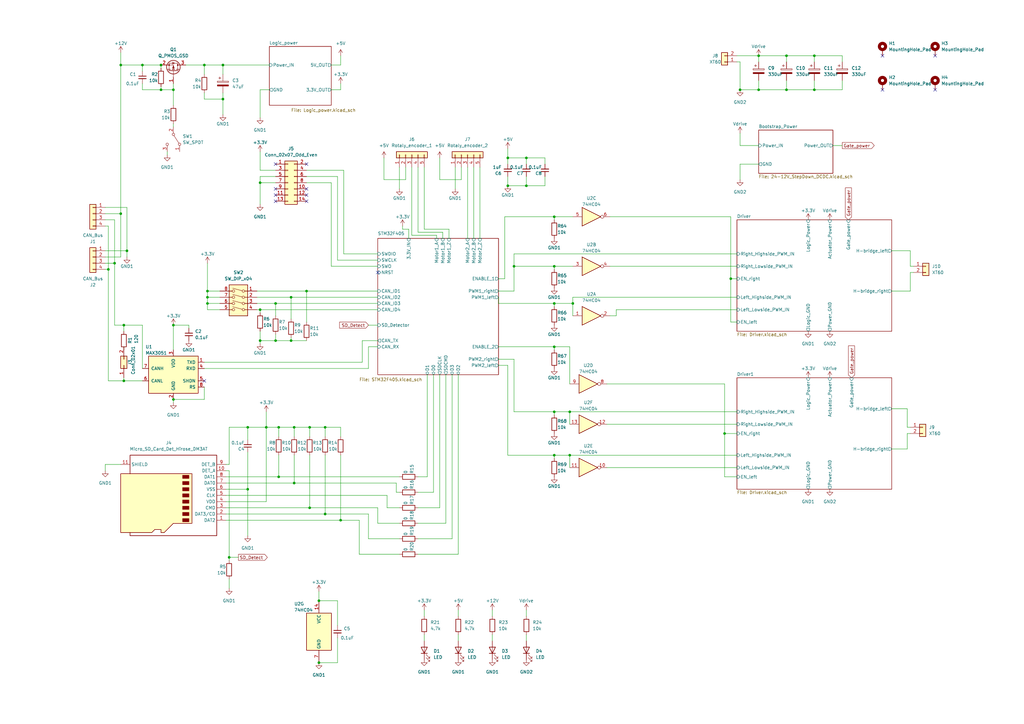
<source format=kicad_sch>
(kicad_sch (version 20230121) (generator eeschema)
  (paper "A3")
  (title_block (title "RDC_MD_prot") (date "2024-09-01") (rev "prot") (company "RDC") (comment 1 "Designer: Yuya Mochizuki"))
  (junction (at 322.58 22.86))
  (junction (at 133.35 175.26))
  (junction (at 139.7 213.36))
  (junction (at 127 175.26))
  (junction (at 227.33 88.9))
  (junction (at 227.33 168.91))
  (junction (at 299.72 114.3))
  (junction (at 119.38 139.7))
  (junction (at 101.6 175.26))
  (junction (at 127 208.28))
  (junction (at 109.22 175.26))
  (junction (at 58.42 26.67))
  (junction (at 44.45 110.49))
  (junction (at 91.44 40.64))
  (junction (at 46.99 107.95))
  (junction (at 208.28 76.2))
  (junction (at 120.65 175.26))
  (junction (at 227.33 124.46))
  (junction (at 91.44 26.67))
  (junction (at 215.9 64.77))
  (junction (at 227.33 142.24))
  (junction (at 66.04 36.83))
  (junction (at 297.18 177.8))
  (junction (at 50.8 156.21))
  (junction (at 234.95 124.46))
  (junction (at 233.68 186.69))
  (junction (at 49.53 87.63))
  (junction (at 71.12 36.83))
  (junction (at 50.8 133.35))
  (junction (at 113.03 124.46))
  (junction (at 101.6 200.66))
  (junction (at 311.15 36.83))
  (junction (at 83.82 26.67))
  (junction (at 233.68 168.91))
  (junction (at 120.65 198.12))
  (junction (at 334.01 36.83))
  (junction (at 52.07 102.87))
  (junction (at 215.9 76.2))
  (junction (at 114.3 175.26))
  (junction (at 114.3 195.58))
  (junction (at 113.03 139.7))
  (junction (at 125.73 119.38))
  (junction (at 210.82 109.22))
  (junction (at 130.81 246.38))
  (junction (at 49.53 26.67))
  (junction (at 106.68 74.93))
  (junction (at 106.68 127))
  (junction (at 106.68 139.7))
  (junction (at 227.33 109.22))
  (junction (at 93.98 228.6))
  (junction (at 227.33 186.69))
  (junction (at 85.09 119.38))
  (junction (at 85.09 124.46))
  (junction (at 119.38 121.92))
  (junction (at 66.04 26.67))
  (junction (at 311.15 22.86))
  (junction (at 133.35 210.82))
  (junction (at 322.58 36.83))
  (junction (at 71.12 133.35))
  (junction (at 208.28 64.77))
  (junction (at 130.81 271.78))
  (junction (at 334.01 22.86))
  (junction (at 71.12 163.83))
  (junction (at 303.53 36.83))
  (junction (at 85.09 121.92))
  (no_connect (at 125.73 77.47))
  (no_connect (at 361.95 36.83))
  (no_connect (at 383.54 22.86))
  (no_connect (at 125.73 67.31))
  (no_connect (at 361.95 22.86))
  (no_connect (at 113.03 82.55))
  (no_connect (at 125.73 82.55))
  (no_connect (at 113.03 67.31))
  (no_connect (at 125.73 80.01))
  (no_connect (at 113.03 77.47))
  (no_connect (at 383.54 36.83))
  (no_connect (at 83.82 156.21))
  (no_connect (at 154.94 111.76))
  (no_connect (at 113.03 80.01))
  (wire (pts (xy 182.88 153.67) (xy 182.88 214.63)))
  (wire (pts (xy 139.7 213.36) (xy 92.71 213.36)))
  (wire (pts (xy 252.73 129.54) (xy 252.73 127)))
  (wire (pts (xy 201.93 260.35) (xy 201.93 262.89)))
  (wire (pts (xy 210.82 168.91) (xy 210.82 147.32)))
  (wire (pts (xy 138.43 246.38) (xy 130.81 246.38)))
  (wire (pts (xy 184.15 93.98) (xy 173.99 93.98)))
  (wire (pts (xy 135.89 74.93) (xy 135.89 109.22)))
  (wire (pts (xy 303.53 59.69) (xy 311.15 59.69)))
  (wire (pts (xy 233.68 168.91) (xy 302.26 168.91)))
  (wire (pts (xy 322.58 33.02) (xy 322.58 36.83)))
  (wire (pts (xy 180.34 153.67) (xy 180.34 208.28)))
  (wire (pts (xy 127 179.07) (xy 127 175.26)))
  (wire (pts (xy 147.32 213.36) (xy 139.7 213.36)))
  (wire (pts (xy 179.07 96.52) (xy 168.91 96.52)))
  (wire (pts (xy 223.52 76.2) (xy 215.9 76.2)))
  (wire (pts (xy 91.44 38.1) (xy 91.44 40.64)))
  (wire (pts (xy 92.71 200.66) (xy 101.6 200.66)))
  (wire (pts (xy 106.68 139.7) (xy 113.03 139.7)))
  (wire (pts (xy 302.26 25.4) (xy 303.53 25.4)))
  (wire (pts (xy 201.93 250.19) (xy 201.93 252.73)))
  (wire (pts (xy 135.89 36.83) (xy 139.7 36.83)))
  (wire (pts (xy 250.19 109.22) (xy 302.26 109.22)))
  (wire (pts (xy 113.03 124.46) (xy 113.03 129.54)))
  (wire (pts (xy 130.81 242.57) (xy 130.81 246.38)))
  (wire (pts (xy 365.76 184.15) (xy 372.11 184.15)))
  (wire (pts (xy 234.95 124.46) (xy 234.95 129.54)))
  (wire (pts (xy 90.17 124.46) (xy 85.09 124.46)))
  (wire (pts (xy 120.65 175.26) (xy 114.3 175.26)))
  (wire (pts (xy 250.19 88.9) (xy 299.72 88.9)))
  (wire (pts (xy 189.23 73.66) (xy 180.34 73.66)))
  (wire (pts (xy 227.33 168.91) (xy 210.82 168.91)))
  (wire (pts (xy 114.3 195.58) (xy 163.83 195.58)))
  (wire (pts (xy 139.7 34.29) (xy 139.7 36.83)))
  (wire (pts (xy 90.17 121.92) (xy 85.09 121.92)))
  (wire (pts (xy 43.18 85.09) (xy 52.07 85.09)))
  (wire (pts (xy 204.47 119.38) (xy 210.82 119.38)))
  (wire (pts (xy 227.33 143.51) (xy 227.33 142.24)))
  (wire (pts (xy 139.7 186.69) (xy 139.7 213.36)))
  (wire (pts (xy 93.98 228.6) (xy 97.79 228.6)))
  (wire (pts (xy 250.19 129.54) (xy 252.73 129.54)))
  (wire (pts (xy 373.38 119.38) (xy 373.38 111.76)))
  (wire (pts (xy 83.82 151.13) (xy 151.13 151.13)))
  (wire (pts (xy 322.58 22.86) (xy 334.01 22.86)))
  (wire (pts (xy 184.15 93.98) (xy 184.15 97.79)))
  (wire (pts (xy 191.77 68.58) (xy 191.77 97.79)))
  (wire (pts (xy 162.56 198.12) (xy 162.56 201.93)))
  (wire (pts (xy 106.68 128.27) (xy 106.68 127)))
  (wire (pts (xy 125.73 119.38) (xy 125.73 132.08)))
  (wire (pts (xy 148.59 148.59) (xy 148.59 139.7)))
  (wire (pts (xy 151.13 151.13) (xy 151.13 142.24)))
  (wire (pts (xy 114.3 175.26) (xy 109.22 175.26)))
  (wire (pts (xy 140.97 69.85) (xy 140.97 104.14)))
  (wire (pts (xy 138.43 106.68) (xy 154.94 106.68)))
  (wire (pts (xy 297.18 177.8) (xy 302.26 177.8)))
  (wire (pts (xy 208.28 60.96) (xy 208.28 64.77)))
  (wire (pts (xy 138.43 72.39) (xy 138.43 106.68)))
  (wire (pts (xy 234.95 121.92) (xy 234.95 124.46)))
  (wire (pts (xy 85.09 107.95) (xy 85.09 119.38)))
  (wire (pts (xy 227.33 168.91) (xy 233.68 168.91)))
  (wire (pts (xy 227.33 124.46) (xy 234.95 124.46)))
  (wire (pts (xy 43.18 90.17) (xy 46.99 90.17)))
  (wire (pts (xy 233.68 186.69) (xy 233.68 191.77)))
  (wire (pts (xy 204.47 114.3) (xy 207.01 114.3)))
  (wire (pts (xy 49.53 87.63) (xy 49.53 105.41)))
  (wire (pts (xy 299.72 114.3) (xy 302.26 114.3)))
  (wire (pts (xy 233.68 168.91) (xy 233.68 173.99)))
  (wire (pts (xy 187.96 227.33) (xy 171.45 227.33)))
  (wire (pts (xy 227.33 125.73) (xy 227.33 124.46)))
  (wire (pts (xy 372.11 175.26) (xy 373.38 175.26)))
  (wire (pts (xy 154.94 208.28) (xy 154.94 214.63)))
  (wire (pts (xy 93.98 229.87) (xy 93.98 228.6)))
  (wire (pts (xy 171.45 214.63) (xy 182.88 214.63)))
  (wire (pts (xy 77.47 134.62) (xy 77.47 133.35)))
  (wire (pts (xy 167.64 93.98) (xy 167.64 97.79)))
  (wire (pts (xy 85.09 124.46) (xy 85.09 121.92)))
  (wire (pts (xy 133.35 175.26) (xy 127 175.26)))
  (wire (pts (xy 105.41 121.92) (xy 119.38 121.92)))
  (wire (pts (xy 135.89 26.67) (xy 139.7 26.67)))
  (wire (pts (xy 44.45 110.49) (xy 44.45 156.21)))
  (wire (pts (xy 215.9 72.39) (xy 215.9 76.2)))
  (wire (pts (xy 106.68 72.39) (xy 106.68 74.93)))
  (wire (pts (xy 208.28 149.86) (xy 208.28 186.69)))
  (wire (pts (xy 372.11 177.8) (xy 373.38 177.8)))
  (wire (pts (xy 204.47 124.46) (xy 227.33 124.46)))
  (wire (pts (xy 163.83 227.33) (xy 147.32 227.33)))
  (wire (pts (xy 71.12 133.35) (xy 71.12 143.51)))
  (wire (pts (xy 173.99 250.19) (xy 173.99 252.73)))
  (wire (pts (xy 227.33 142.24) (xy 204.47 142.24)))
  (wire (pts (xy 171.45 95.25) (xy 171.45 68.58)))
  (wire (pts (xy 180.34 64.77) (xy 180.34 73.66)))
  (wire (pts (xy 158.75 208.28) (xy 163.83 208.28)))
  (wire (pts (xy 181.61 95.25) (xy 171.45 95.25)))
  (wire (pts (xy 365.76 119.38) (xy 373.38 119.38)))
  (wire (pts (xy 148.59 139.7) (xy 154.94 139.7)))
  (wire (pts (xy 49.53 26.67) (xy 49.53 87.63)))
  (wire (pts (xy 106.68 36.83) (xy 106.68 48.26)))
  (wire (pts (xy 154.94 121.92) (xy 119.38 121.92)))
  (wire (pts (xy 223.52 64.77) (xy 215.9 64.77)))
  (wire (pts (xy 151.13 133.35) (xy 154.94 133.35)))
  (wire (pts (xy 43.18 107.95) (xy 46.99 107.95)))
  (wire (pts (xy 133.35 210.82) (xy 151.13 210.82)))
  (wire (pts (xy 50.8 154.94) (xy 50.8 156.21)))
  (wire (pts (xy 158.75 203.2) (xy 158.75 208.28)))
  (wire (pts (xy 71.12 133.35) (xy 77.47 133.35)))
  (wire (pts (xy 119.38 121.92) (xy 119.38 130.81)))
  (wire (pts (xy 120.65 179.07) (xy 120.65 175.26)))
  (wire (pts (xy 302.26 195.58) (xy 297.18 195.58)))
  (wire (pts (xy 106.68 127) (xy 105.41 127)))
  (wire (pts (xy 127 186.69) (xy 127 208.28)))
  (wire (pts (xy 322.58 36.83) (xy 311.15 36.83)))
  (wire (pts (xy 113.03 137.16) (xy 113.03 139.7)))
  (wire (pts (xy 83.82 30.48) (xy 83.82 26.67)))
  (wire (pts (xy 210.82 104.14) (xy 302.26 104.14)))
  (wire (pts (xy 227.33 110.49) (xy 227.33 109.22)))
  (wire (pts (xy 139.7 22.86) (xy 139.7 26.67)))
  (wire (pts (xy 227.33 187.96) (xy 227.33 186.69)))
  (wire (pts (xy 173.99 93.98) (xy 173.99 68.58)))
  (wire (pts (xy 109.22 168.91) (xy 109.22 175.26)))
  (wire (pts (xy 303.53 36.83) (xy 311.15 36.83)))
  (wire (pts (xy 154.94 214.63) (xy 163.83 214.63)))
  (wire (pts (xy 50.8 143.51) (xy 50.8 142.24)))
  (wire (pts (xy 227.33 90.17) (xy 227.33 88.9)))
  (wire (pts (xy 92.71 203.2) (xy 158.75 203.2)))
  (wire (pts (xy 171.45 195.58) (xy 175.26 195.58)))
  (wire (pts (xy 106.68 74.93) (xy 113.03 74.93)))
  (wire (pts (xy 138.43 256.54) (xy 138.43 246.38)))
  (wire (pts (xy 114.3 179.07) (xy 114.3 175.26)))
  (wire (pts (xy 68.58 62.23) (xy 68.58 63.5)))
  (wire (pts (xy 165.1 93.98) (xy 167.64 93.98)))
  (wire (pts (xy 204.47 147.32) (xy 210.82 147.32)))
  (wire (pts (xy 227.33 109.22) (xy 234.95 109.22)))
  (wire (pts (xy 125.73 72.39) (xy 138.43 72.39)))
  (wire (pts (xy 85.09 127) (xy 85.09 124.46)))
  (wire (pts (xy 207.01 88.9) (xy 227.33 88.9)))
  (wire (pts (xy 341.63 59.69) (xy 345.44 59.69)))
  (wire (pts (xy 322.58 36.83) (xy 334.01 36.83)))
  (wire (pts (xy 334.01 22.86) (xy 345.44 22.86)))
  (wire (pts (xy 233.68 157.48) (xy 233.68 142.24)))
  (wire (pts (xy 105.41 119.38) (xy 125.73 119.38)))
  (wire (pts (xy 58.42 36.83) (xy 66.04 36.83)))
  (wire (pts (xy 151.13 142.24) (xy 154.94 142.24)))
  (wire (pts (xy 147.32 227.33) (xy 147.32 213.36)))
  (wire (pts (xy 119.38 139.7) (xy 119.38 138.43)))
  (wire (pts (xy 92.71 205.74) (xy 109.22 205.74)))
  (wire (pts (xy 210.82 119.38) (xy 210.82 109.22)))
  (wire (pts (xy 171.45 201.93) (xy 177.8 201.93)))
  (wire (pts (xy 133.35 186.69) (xy 133.35 210.82)))
  (wire (pts (xy 372.11 184.15) (xy 372.11 177.8)))
  (wire (pts (xy 189.23 68.58) (xy 189.23 73.66)))
  (wire (pts (xy 85.09 121.92) (xy 85.09 119.38)))
  (wire (pts (xy 157.48 64.77) (xy 157.48 73.66)))
  (wire (pts (xy 50.8 156.21) (xy 58.42 156.21)))
  (wire (pts (xy 186.69 68.58) (xy 186.69 77.47)))
  (wire (pts (xy 83.82 38.1) (xy 83.82 40.64)))
  (wire (pts (xy 93.98 175.26) (xy 93.98 190.5)))
  (wire (pts (xy 365.76 102.87) (xy 373.38 102.87)))
  (wire (pts (xy 113.03 69.85) (xy 106.68 69.85)))
  (wire (pts (xy 299.72 88.9) (xy 299.72 114.3)))
  (wire (pts (xy 106.68 139.7) (xy 106.68 140.97)))
  (wire (pts (xy 173.99 260.35) (xy 173.99 262.89)))
  (wire (pts (xy 163.83 68.58) (xy 163.83 77.47)))
  (wire (pts (xy 120.65 186.69) (xy 120.65 198.12)))
  (wire (pts (xy 303.53 67.31) (xy 303.53 73.66)))
  (wire (pts (xy 215.9 76.2) (xy 208.28 76.2)))
  (wire (pts (xy 227.33 186.69) (xy 233.68 186.69)))
  (wire (pts (xy 223.52 67.31) (xy 223.52 64.77)))
  (wire (pts (xy 223.52 72.39) (xy 223.52 76.2)))
  (wire (pts (xy 106.68 62.23) (xy 106.68 69.85)))
  (wire (pts (xy 52.07 85.09) (xy 52.07 102.87)))
  (wire (pts (xy 210.82 104.14) (xy 210.82 109.22)))
  (wire (pts (xy 93.98 175.26) (xy 101.6 175.26)))
  (wire (pts (xy 92.71 208.28) (xy 127 208.28)))
  (wire (pts (xy 248.92 173.99) (xy 302.26 173.99)))
  (wire (pts (xy 49.53 26.67) (xy 58.42 26.67)))
  (wire (pts (xy 66.04 26.67) (xy 66.04 27.94)))
  (wire (pts (xy 208.28 64.77) (xy 215.9 64.77)))
  (wire (pts (xy 234.95 121.92) (xy 302.26 121.92)))
  (wire (pts (xy 114.3 186.69) (xy 114.3 195.58)))
  (wire (pts (xy 113.03 139.7) (xy 119.38 139.7)))
  (wire (pts (xy 162.56 201.93) (xy 163.83 201.93)))
  (wire (pts (xy 177.8 153.67) (xy 177.8 201.93)))
  (wire (pts (xy 185.42 153.67) (xy 185.42 220.98)))
  (wire (pts (xy 140.97 104.14) (xy 154.94 104.14)))
  (wire (pts (xy 175.26 153.67) (xy 175.26 195.58)))
  (wire (pts (xy 101.6 200.66) (xy 101.6 219.71)))
  (wire (pts (xy 92.71 210.82) (xy 133.35 210.82)))
  (wire (pts (xy 43.18 102.87) (xy 52.07 102.87)))
  (wire (pts (xy 83.82 26.67) (xy 91.44 26.67)))
  (wire (pts (xy 248.92 191.77) (xy 302.26 191.77)))
  (wire (pts (xy 119.38 139.7) (xy 125.73 139.7)))
  (wire (pts (xy 135.89 109.22) (xy 154.94 109.22)))
  (wire (pts (xy 58.42 26.67) (xy 58.42 29.21)))
  (wire (pts (xy 194.31 68.58) (xy 194.31 97.79)))
  (wire (pts (xy 58.42 34.29) (xy 58.42 36.83)))
  (wire (pts (xy 106.68 127) (xy 154.94 127)))
  (wire (pts (xy 227.33 170.18) (xy 227.33 168.91)))
  (wire (pts (xy 133.35 179.07) (xy 133.35 175.26)))
  (wire (pts (xy 91.44 26.67) (xy 110.49 26.67)))
  (wire (pts (xy 93.98 193.04) (xy 92.71 193.04)))
  (wire (pts (xy 187.96 250.19) (xy 187.96 252.73)))
  (wire (pts (xy 50.8 133.35) (xy 58.42 133.35)))
  (wire (pts (xy 92.71 195.58) (xy 114.3 195.58)))
  (wire (pts (xy 311.15 25.4) (xy 311.15 22.86)))
  (wire (pts (xy 204.47 149.86) (xy 208.28 149.86)))
  (wire (pts (xy 151.13 220.98) (xy 163.83 220.98)))
  (wire (pts (xy 44.45 156.21) (xy 50.8 156.21)))
  (wire (pts (xy 71.12 43.18) (xy 71.12 36.83)))
  (wire (pts (xy 303.53 54.61) (xy 303.53 59.69)))
  (wire (pts (xy 311.15 22.86) (xy 322.58 22.86)))
  (wire (pts (xy 334.01 25.4) (xy 334.01 22.86)))
  (wire (pts (xy 166.37 73.66) (xy 157.48 73.66)))
  (wire (pts (xy 91.44 30.48) (xy 91.44 26.67)))
  (wire (pts (xy 120.65 198.12) (xy 162.56 198.12)))
  (wire (pts (xy 208.28 67.31) (xy 208.28 64.77)))
  (wire (pts (xy 204.47 124.46) (xy 204.47 121.92)))
  (wire (pts (xy 334.01 36.83) (xy 334.01 33.02)))
  (wire (pts (xy 101.6 180.34) (xy 101.6 175.26)))
  (wire (pts (xy 43.18 92.71) (xy 44.45 92.71)))
  (wire (pts (xy 50.8 133.35) (xy 46.99 133.35)))
  (wire (pts (xy 334.01 36.83) (xy 345.44 36.83)))
  (wire (pts (xy 127 175.26) (xy 120.65 175.26)))
  (wire (pts (xy 373.38 109.22) (xy 374.65 109.22)))
  (wire (pts (xy 215.9 260.35) (xy 215.9 262.89)))
  (wire (pts (xy 322.58 25.4) (xy 322.58 22.86)))
  (wire (pts (xy 187.96 260.35) (xy 187.96 262.89)))
  (wire (pts (xy 215.9 250.19) (xy 215.9 252.73)))
  (wire (pts (xy 58.42 133.35) (xy 58.42 151.13)))
  (wire (pts (xy 71.12 163.83) (xy 71.12 165.1)))
  (wire (pts (xy 76.2 26.67) (xy 83.82 26.67)))
  (wire (pts (xy 93.98 228.6) (xy 93.98 193.04)))
  (wire (pts (xy 303.53 25.4) (xy 303.53 36.83)))
  (wire (pts (xy 101.6 175.26) (xy 109.22 175.26)))
  (wire (pts (xy 93.98 241.3) (xy 93.98 237.49)))
  (wire (pts (xy 125.73 119.38) (xy 154.94 119.38)))
  (wire (pts (xy 227.33 142.24) (xy 233.68 142.24)))
  (wire (pts (xy 52.07 102.87) (xy 52.07 105.41)))
  (wire (pts (xy 302.26 22.86) (xy 311.15 22.86)))
  (wire (pts (xy 372.11 175.26) (xy 372.11 167.64)))
  (wire (pts (xy 248.92 157.48) (xy 297.18 157.48)))
  (wire (pts (xy 92.71 198.12) (xy 120.65 198.12)))
  (wire (pts (xy 49.53 21.59) (xy 49.53 26.67)))
  (wire (pts (xy 101.6 185.42) (xy 101.6 200.66)))
  (wire (pts (xy 252.73 127) (xy 302.26 127)))
  (wire (pts (xy 91.44 40.64) (xy 91.44 46.99)))
  (wire (pts (xy 66.04 36.83) (xy 71.12 36.83)))
  (wire (pts (xy 165.1 92.71) (xy 165.1 93.98)))
  (wire (pts (xy 345.44 22.86) (xy 345.44 25.4)))
  (wire (pts (xy 345.44 33.02) (xy 345.44 36.83)))
  (wire (pts (xy 110.49 36.83) (xy 106.68 36.83)))
  (wire (pts (xy 66.04 35.56) (xy 66.04 36.83)))
  (wire (pts (xy 58.42 26.67) (xy 66.04 26.67)))
  (wire (pts (xy 85.09 119.38) (xy 90.17 119.38)))
  (wire (pts (xy 43.18 105.41) (xy 49.53 105.41)))
  (wire (pts (xy 299.72 132.08) (xy 302.26 132.08)))
  (wire (pts (xy 180.34 208.28) (xy 171.45 208.28)))
  (wire (pts (xy 106.68 135.89) (xy 106.68 139.7)))
  (wire (pts (xy 215.9 64.77) (xy 215.9 67.31)))
  (wire (pts (xy 208.28 186.69) (xy 227.33 186.69)))
  (wire (pts (xy 299.72 114.3) (xy 299.72 132.08)))
  (wire (pts (xy 83.82 163.83) (xy 71.12 163.83)))
  (wire (pts (xy 227.33 109.22) (xy 210.82 109.22)))
  (wire (pts (xy 106.68 74.93) (xy 106.68 83.82)))
  (wire (pts (xy 50.8 135.89) (xy 50.8 133.35)))
  (wire (pts (xy 207.01 114.3) (xy 207.01 88.9)))
  (wire (pts (xy 71.12 50.8) (xy 71.12 52.07)))
  (wire (pts (xy 125.73 69.85) (xy 140.97 69.85)))
  (wire (pts (xy 297.18 195.58) (xy 297.18 177.8)))
  (wire (pts (xy 196.85 68.58) (xy 196.85 97.79)))
  (wire (pts (xy 311.15 67.31) (xy 303.53 67.31)))
  (wire (pts (xy 46.99 107.95) (xy 46.99 133.35)))
  (wire (pts (xy 43.18 87.63) (xy 49.53 87.63)))
  (wire (pts (xy 181.61 95.25) (xy 181.61 97.79)))
  (wire (pts (xy 373.38 111.76) (xy 374.65 111.76)))
  (wire (pts (xy 297.18 157.48) (xy 297.18 177.8)))
  (wire (pts (xy 373.38 102.87) (xy 373.38 109.22)))
  (wire (pts (xy 372.11 167.64) (xy 365.76 167.64)))
  (wire (pts (xy 105.41 124.46) (xy 113.03 124.46)))
  (wire (pts (xy 113.03 72.39) (xy 106.68 72.39)))
  (wire (pts (xy 233.68 186.69) (xy 302.26 186.69)))
  (wire (pts (xy 109.22 175.26) (xy 109.22 205.74)))
  (wire (pts (xy 44.45 110.49) (xy 43.18 110.49)))
  (wire (pts (xy 133.35 175.26) (xy 139.7 175.26)))
  (wire (pts (xy 71.12 36.83) (xy 71.12 34.29)))
  (wire (pts (xy 179.07 96.52) (xy 179.07 97.79)))
  (wire (pts (xy 90.17 127) (xy 85.09 127)))
  (wire (pts (xy 125.73 74.93) (xy 135.89 74.93)))
  (wire (pts (xy 168.91 96.52) (xy 168.91 68.58)))
  (wire (pts (xy 227.33 88.9) (xy 234.95 88.9)))
  (wire (pts (xy 151.13 210.82) (xy 151.13 220.98)))
  (wire (pts (xy 166.37 68.58) (xy 166.37 73.66)))
  (wire (pts (xy 44.45 92.71) (xy 44.45 110.49)))
  (wire (pts (xy 83.82 40.64) (xy 91.44 40.64)))
  (wire (pts (xy 93.98 190.5) (xy 92.71 190.5)))
  (wire (pts (xy 139.7 179.07) (xy 139.7 175.26)))
  (wire (pts (xy 138.43 261.62) (xy 138.43 271.78)))
  (wire (pts (xy 127 208.28) (xy 154.94 208.28)))
  (wire (pts (xy 83.82 148.59) (xy 148.59 148.59)))
  (wire (pts (xy 43.18 190.5) (xy 43.18 193.04)))
  (wire (pts (xy 311.15 36.83) (xy 311.15 33.02)))
  (wire (pts (xy 83.82 158.75) (xy 83.82 163.83)))
  (wire (pts (xy 208.28 76.2) (xy 208.28 72.39)))
  (wire (pts (xy 46.99 90.17) (xy 46.99 107.95)))
  (wire (pts (xy 49.53 190.5) (xy 43.18 190.5)))
  (wire (pts (xy 113.03 124.46) (xy 154.94 124.46)))
  (wire (pts (xy 138.43 271.78) (xy 130.81 271.78)))
  (wire (pts (xy 187.96 153.67) (xy 187.96 227.33)))
  (wire (pts (xy 171.45 220.98) (xy 185.42 220.98)))
  (global_label "SD_Detect" (shape output) (at 97.79 228.6 0) (property "Intersheetrefs" "${INTERSHEET_REFS}" (effects hide)))
  (global_label "Gate_power" (shape input) (at 347.98 90.17 90) (property "Intersheetrefs" "${INTERSHEET_REFS}" (effects hide)))
  (global_label "Gate_power" (shape output) (at 345.44 59.69 0) (property "Intersheetrefs" "${INTERSHEET_REFS}" (effects hide)))
  (global_label "SD_Detect" (shape input) (at 151.13 133.35 180) (property "Intersheetrefs" "${INTERSHEET_REFS}" (effects hide)))
  (global_label "Gate_power" (shape input) (at 349.25 154.94 90) (property "Intersheetrefs" "${INTERSHEET_REFS}" (effects hide)))
  (symbol (lib_id "Connector_Generic:Conn_01x04") (at 38.1 87.63 0) (mirror y) (unit 1) (in_bom no)
    (property "Reference" "J1" (at 38.1 99.06 0))
    (property "Value" "CAN_Bus" (at 38.1 96.52 0))
    (property "Footprint" "Connector_JST:JST_XA_S04B-XASK-1_1x04_P2.50mm_Horizontal" (effects hide))
  )
  (symbol (lib_id "Device:C_Polarized") (at 334.01 29.21 0) (unit 1) (in_bom no)
    (property "Reference" "C11" (at 337.82 27.94 0) (effects (justify left)))
    (property "Value" "330uF" (at 337.82 30.48 0) (effects (justify left)))
    (property "Footprint" "Capacitor_THT:CP_Radial_D10.0mm_P5.00mm" (effects hide))
  )
  (symbol (lib_id "power:GND2") (at 215.9 270.51 0) (unit 1)
    (property "Reference" "#PWR035" (effects hide))
    (property "Value" "GND2" (at 215.9 275.59 0))
  )
  (symbol (lib_id "Device:R") (at 139.7 182.88 0) (unit 1)
    (property "Reference" "R14" (at 138.43 181.61 0) (effects (justify right)))
    (property "Value" "10k" (at 138.43 184.15 0) (effects (justify right)))
    (property "Footprint" "Resistor_SMD:R_0402_1005Metric" (effects hide))
    (property "LCSC" "C25744" (effects hide))
  )
  (symbol (lib_id "Device:R") (at 227.33 191.77 0) (mirror y) (unit 1)
    (property "Reference" "R69" (at 228.6 190.5 0) (effects (justify right)))
    (property "Value" "10k" (at 228.6 193.04 0) (effects (justify right)))
    (property "Footprint" "Resistor_SMD:R_0402_1005Metric" (effects hide))
    (property "LCSC" "C25744" (effects hide))
  )
  (symbol (lib_id "power:+3.3V") (at 85.09 107.95 0) (unit 1)
    (property "Reference" "#PWR08" (effects hide))
    (property "Value" "+3.3V" (at 85.09 104.14 0))
  )
  (symbol (lib_id "Device:Q_PMOS_GSD") (at 71.12 29.21 270) (mirror x) (unit 1)
    (property "Reference" "Q1" (at 71.12 20.32 90))
    (property "Value" "Q_PMOS_GSD" (at 71.12 22.86 90))
    (property "Footprint" "Package_TO_SOT_SMD:SOT-23-3" (effects hide))
    (property "LCSC" "C15127" (effects hide))
    (property "FT Rotation Offset" "180" (effects hide))
  )
  (symbol (lib_id "74xx:74HC04") (at 242.57 88.9 0) (unit 3)
    (property "Reference" "U2" (at 242.57 81.28 0))
    (property "Value" "74HC04" (at 242.57 83.82 0))
    (property "Footprint" "Package_SO:SOIC-14_3.9x8.7mm_P1.27mm" (effects hide))
    (property "Datasheet" "https://assets.nexperia.com/documents/data-sheet/74HC_HCT04.pdf" (effects hide))
    (property "LCSC" "C5590" (effects hide))
    (property "FT Rotation Offset" "-90" (effects hide))
  )
  (symbol (lib_id "Device:R") (at 120.65 182.88 0) (unit 1)
    (property "Reference" "R10" (at 119.38 181.61 0) (effects (justify right)))
    (property "Value" "10k" (at 119.38 184.15 0) (effects (justify right)))
    (property "Footprint" "Resistor_SMD:R_0402_1005Metric" (effects hide))
    (property "LCSC" "C25744" (effects hide))
  )
  (symbol (lib_id "Device:C_Small") (at 138.43 259.08 0) (mirror y) (unit 1)
    (property "Reference" "C5" (at 140.97 257.8163 0) (effects (justify right)))
    (property "Value" "0.1uF" (at 139.7 261.62 0) (effects (justify right)))
    (property "Footprint" "Capacitor_SMD:C_0402_1005Metric" (effects hide))
    (property "LCSC" "C307331" (effects hide))
  )
  (symbol (lib_id "Device:LED") (at 173.99 266.7 90) (unit 1)
    (property "Reference" "D1" (at 177.8 267.0175 90) (effects (justify right)))
    (property "Value" "LED" (at 177.8 269.5575 90) (effects (justify right)))
    (property "Footprint" "LED_SMD:LED_0603_1608Metric" (effects hide))
    (property "LCSC" "C2286" (effects hide))
  )
  (symbol (lib_id "power:+5V") (at 180.34 64.77 0) (unit 1)
    (property "Reference" "#PWR026" (effects hide))
    (property "Value" "+5V" (at 180.34 59.69 0))
  )
  (symbol (lib_id "power:GND1") (at 331.47 200.66 0) (unit 1)
    (property "Reference" "#PWR043" (effects hide))
    (property "Value" "GND1" (at 331.47 205.74 0))
  )
  (symbol (lib_id "power:+5V") (at 157.48 64.77 0) (unit 1)
    (property "Reference" "#PWR021" (effects hide))
    (property "Value" "+5V" (at 157.48 59.69 0))
  )
  (symbol (lib_id "power:GND1") (at 187.96 270.51 0) (unit 1)
    (property "Reference" "#PWR029" (effects hide))
    (property "Value" "GND1" (at 187.96 275.59 0))
  )
  (symbol (lib_id "power:GND1") (at 52.07 105.41 0) (unit 1)
    (property "Reference" "#PWR03" (effects hide))
    (property "Value" "GND1" (at 52.07 109.22 0))
  )
  (symbol (lib_id "power:GND1") (at 331.47 135.89 0) (unit 1)
    (property "Reference" "#PWR041" (effects hide))
    (property "Value" "GND1" (at 331.47 140.97 0))
  )
  (symbol (lib_id "Switch:SW_DIP_x04") (at 97.79 124.46 0) (mirror y) (unit 1) (in_bom no)
    (property "Reference" "SW2" (at 97.79 111.76 0))
    (property "Value" "SW_DIP_x04" (at 97.79 114.3 0))
    (property "Footprint" "Button_Switch_SMD:SW_DIP_SPSTx04_Slide_Copal_CHS-04B_W7.62mm_P1.27mm" (effects hide))
  )
  (symbol (lib_id "power:+12V") (at 201.93 250.19 0) (unit 1)
    (property "Reference" "#PWR030" (effects hide))
    (property "Value" "+12V" (at 201.93 246.38 0))
  )
  (symbol (lib_id "power:GND1") (at 186.69 77.47 0) (unit 1)
    (property "Reference" "#PWR027" (effects hide))
    (property "Value" "GND1" (at 186.69 81.28 0))
  )
  (symbol (lib_id "Device:C_Small") (at 223.52 69.85 0) (mirror x) (unit 1)
    (property "Reference" "C8" (at 222.25 71.12 0) (effects (justify right)))
    (property "Value" "0.1uF" (at 222.25 68.58 0) (effects (justify right)))
    (property "Footprint" "Capacitor_SMD:C_0603_1608Metric" (effects hide))
    (property "LCSC" "C14663" (effects hide))
  )
  (symbol (lib_id "Connector_Generic:Conn_01x02") (at 379.73 109.22 0) (unit 1) (in_bom no)
    (property "Reference" "J10" (at 382.27 109.22 0) (effects (justify left)))
    (property "Value" "XT60" (at 382.27 111.76 0) (effects (justify left)))
    (property "Footprint" "Connector_AMASS:AMASS_XT60PW-F_1x02_P7.20mm_Horizontal" (effects hide))
  )
  (symbol (lib_id "power:GND1") (at 163.83 77.47 0) (unit 1)
    (property "Reference" "#PWR022" (effects hide))
    (property "Value" "GND1" (at 163.83 81.28 0))
  )
  (symbol (lib_id "power:GND1") (at 91.44 46.99 0) (unit 1)
    (property "Reference" "#PWR09" (effects hide))
    (property "Value" "GND1" (at 91.44 50.8 0))
  )
  (symbol (lib_id "Device:R") (at 119.38 134.62 0) (mirror y) (unit 1)
    (property "Reference" "R9" (at 120.65 133.35 0) (effects (justify right)))
    (property "Value" "10k" (at 120.65 135.89 0) (effects (justify right)))
    (property "Footprint" "Resistor_SMD:R_0402_1005Metric" (effects hide))
    (property "LCSC" "C25744" (effects hide))
  )
  (symbol (lib_id "Device:R") (at 187.96 256.54 0) (unit 1)
    (property "Reference" "R22" (at 190.5 255.27 0) (effects (justify left)))
    (property "Value" "4.7k" (at 190.5 257.81 0) (effects (justify left)))
    (property "Footprint" "Resistor_SMD:R_0603_1608Metric" (effects hide))
    (property "LCSC" "C23162" (effects hide))
  )
  (symbol (lib_id "power:+3.3V") (at 71.12 133.35 0) (unit 1)
    (property "Reference" "#PWR05" (effects hide))
    (property "Value" "+3.3V" (at 71.12 129.54 0))
  )
  (symbol (lib_id "Device:R") (at 133.35 182.88 0) (unit 1)
    (property "Reference" "R13" (at 132.08 181.61 0) (effects (justify right)))
    (property "Value" "10k" (at 132.08 184.15 0) (effects (justify right)))
    (property "Footprint" "Resistor_SMD:R_0402_1005Metric" (effects hide))
    (property "LCSC" "C25744" (effects hide))
  )
  (symbol (lib_id "Device:LED") (at 187.96 266.7 90) (unit 1)
    (property "Reference" "D2" (at 191.77 267.0175 90) (effects (justify right)))
    (property "Value" "LED" (at 191.77 269.5575 90) (effects (justify right)))
    (property "Footprint" "LED_SMD:LED_0603_1608Metric" (effects hide))
    (property "LCSC" "C2286" (effects hide))
  )
  (symbol (lib_id "power:Vdrive") (at 303.53 54.61 0) (unit 1)
    (property "Reference" "#PWR037" (effects hide))
    (property "Value" "Vdrive" (at 303.53 50.8 0))
  )
  (symbol (lib_id "Device:R") (at 127 182.88 0) (unit 1)
    (property "Reference" "R12" (at 125.73 181.61 0) (effects (justify right)))
    (property "Value" "10k" (at 125.73 184.15 0) (effects (justify right)))
    (property "Footprint" "Resistor_SMD:R_0402_1005Metric" (effects hide))
    (property "LCSC" "C25744" (effects hide))
  )
  (symbol (lib_id "power:GND2") (at 340.36 200.66 0) (unit 1)
    (property "Reference" "#PWR047" (effects hide))
    (property "Value" "GND2" (at 340.36 205.74 0))
  )
  (symbol (lib_id "Device:C_Small") (at 101.6 182.88 0) (mirror x) (unit 1)
    (property "Reference" "C4" (at 100.33 184.15 0) (effects (justify right)))
    (property "Value" "0.1uF" (at 100.33 181.61 0) (effects (justify right)))
    (property "Footprint" "Capacitor_SMD:C_0402_1005Metric" (effects hide))
    (property "LCSC" "C307331" (effects hide))
  )
  (symbol (lib_id "Connector_Generic:Conn_01x05") (at 191.77 63.5 90) (unit 1) (in_bom no)
    (property "Reference" "J7" (at 191.77 57.15 90))
    (property "Value" "Rotaly_encoder_2" (at 191.77 59.69 90))
    (property "Footprint" "Connector_JST:JST_XA_S05B-XASK-1_1x05_P2.50mm_Horizontal" (effects hide))
  )
  (symbol (lib_id "power:GND2") (at 303.53 36.83 0) (unit 1)
    (property "Reference" "#PWR036" (effects hide))
    (property "Value" "GND2" (at 303.53 41.91 0))
  )
  (symbol (lib_id "power:GND1") (at 227.33 97.79 0) (unit 1)
    (property "Reference" "#PWR065" (effects hide))
    (property "Value" "GND1" (at 227.33 101.6 0))
  )
  (symbol (lib_id "Device:R") (at 125.73 135.89 0) (mirror y) (unit 1)
    (property "Reference" "R11" (at 127 134.62 0) (effects (justify right)))
    (property "Value" "10k" (at 127 137.16 0) (effects (justify right)))
    (property "Footprint" "Resistor_SMD:R_0402_1005Metric" (effects hide))
    (property "LCSC" "C25744" (effects hide))
  )
  (symbol (lib_id "Device:C_Small") (at 58.42 31.75 0) (unit 1)
    (property "Reference" "C1" (at 55.88 30.4863 0) (effects (justify right)))
    (property "Value" "0.1uF" (at 57.15 34.29 0) (effects (justify right)))
    (property "Footprint" "Capacitor_SMD:C_0402_1005Metric" (effects hide))
    (property "LCSC" "C307331" (effects hide))
  )
  (symbol (lib_id "power:Vdrive") (at 215.9 250.19 0) (unit 1)
    (property "Reference" "#PWR034" (effects hide))
    (property "Value" "Vdrive" (at 215.9 246.38 0))
  )
  (symbol (lib_id "Device:C_Small") (at 208.28 69.85 0) (mirror x) (unit 1)
    (property "Reference" "C6" (at 205.74 71.1137 0) (effects (justify right)))
    (property "Value" "1uF" (at 205.74 68.58 0) (effects (justify right)))
    (property "Footprint" "Capacitor_SMD:C_0603_1608Metric" (effects hide))
    (property "LCSC" "C15849" (effects hide))
  )
  (symbol (lib_id "Device:R") (at 167.64 208.28 270) (unit 1)
    (property "Reference" "R17" (at 168.91 207.01 0) (effects (justify right)))
    (property "Value" "0" (at 166.37 207.01 0) (effects (justify right)))
    (property "Footprint" "Resistor_SMD:R_0402_1005Metric" (effects hide))
    (property "LCSC" "C17168" (effects hide))
  )
  (symbol (lib_id "74xx:74HC04") (at 242.57 109.22 0) (unit 2)
    (property "Reference" "U2" (at 242.57 100.33 0))
    (property "Value" "74HC04" (at 242.57 102.87 0))
    (property "Footprint" "Package_SO:SOIC-14_3.9x8.7mm_P1.27mm" (effects hide))
    (property "Datasheet" "https://assets.nexperia.com/documents/data-sheet/74HC_HCT04.pdf" (effects hide))
    (property "LCSC" "C5590" (effects hide))
    (property "FT Rotation Offset" "-90" (effects hide))
  )
  (symbol (lib_id "power:GND1") (at 227.33 151.13 0) (unit 1)
    (property "Reference" "#PWR068" (effects hide))
    (property "Value" "GND1" (at 227.33 154.94 0))
  )
  (symbol (lib_id "Mechanical:MountingHole_Pad") (at 383.54 20.32 0) (unit 1) (in_bom no)
    (property "Reference" "H3" (at 386.08 17.78 0) (effects (justify left)))
    (property "Value" "MountingHole_Pad" (at 386.08 20.32 0) (effects (justify left)))
    (property "Footprint" "MountingHole:MountingHole_3.2mm_M3_Pad_Via" (effects hide))
  )
  (symbol (lib_id "power:+3.3V") (at 331.47 90.17 0) (unit 1)
    (property "Reference" "#PWR040" (effects hide))
    (property "Value" "+3.3V" (at 331.47 86.36 0))
  )
  (symbol (lib_id "power:GND1") (at 201.93 270.51 0) (unit 1)
    (property "Reference" "#PWR031" (effects hide))
    (property "Value" "GND1" (at 201.93 275.59 0))
  )
  (symbol (lib_id "power:+3.3V") (at 173.99 250.19 0) (unit 1)
    (property "Reference" "#PWR024" (effects hide))
    (property "Value" "+3.3V" (at 173.99 246.38 0))
  )
  (symbol (lib_id "Device:R") (at 114.3 182.88 0) (unit 1)
    (property "Reference" "R8" (at 113.03 181.61 0) (effects (justify right)))
    (property "Value" "10k" (at 113.03 184.15 0) (effects (justify right)))
    (property "Footprint" "Resistor_SMD:R_0402_1005Metric" (effects hide))
    (property "LCSC" "C25744" (effects hide))
  )
  (symbol (lib_id "Device:R") (at 227.33 147.32 0) (mirror y) (unit 1)
    (property "Reference" "R67" (at 228.6 146.05 0) (effects (justify right)))
    (property "Value" "10k" (at 228.6 148.59 0) (effects (justify right)))
    (property "Footprint" "Resistor_SMD:R_0402_1005Metric" (effects hide))
    (property "LCSC" "C25744" (effects hide))
  )
  (symbol (lib_id "Connector_Generic:Conn_01x04") (at 38.1 105.41 0) (mirror y) (unit 1) (in_bom no)
    (property "Reference" "J2" (at 38.1 116.84 0))
    (property "Value" "CAN_Bus" (at 38.1 114.3 0))
    (property "Footprint" "Connector_JST:JST_XA_S04B-XASK-1_1x04_P2.50mm_Horizontal" (effects hide))
  )
  (symbol (lib_id "Device:C_Polarized") (at 91.44 34.29 0) (unit 1) (in_bom no)
    (property "Reference" "C3" (at 95.25 33.02 0) (effects (justify left)))
    (property "Value" "47uF" (at 95.25 35.56 0) (effects (justify left)))
    (property "Footprint" "Capacitor_THT:CP_Radial_D5.0mm_P2.00mm" (effects hide))
  )
  (symbol (lib_id "Device:R") (at 93.98 233.68 0) (unit 1)
    (property "Reference" "R5" (at 92.71 232.41 0) (effects (justify right)))
    (property "Value" "10k" (at 92.71 234.95 0) (effects (justify right)))
    (property "Footprint" "Resistor_SMD:R_0402_1005Metric" (effects hide))
    (property "LCSC" "C25744" (effects hide))
  )
  (symbol (lib_id "Device:C_Small") (at 215.9 69.85 0) (mirror x) (unit 1)
    (property "Reference" "C7" (at 214.63 71.12 0) (effects (justify right)))
    (property "Value" "0.1uF" (at 214.63 68.58 0) (effects (justify right)))
    (property "Footprint" "Capacitor_SMD:C_0603_1608Metric" (effects hide))
    (property "LCSC" "C14663" (effects hide))
  )
  (symbol (lib_id "power:+3.3V") (at 165.1 92.71 0) (unit 1)
    (property "Reference" "#PWR023" (effects hide))
    (property "Value" "+3.3V" (at 165.1 88.9 0))
  )
  (symbol (lib_id "power:GND1") (at 227.33 133.35 0) (unit 1)
    (property "Reference" "#PWR067" (effects hide))
    (property "Value" "GND1" (at 227.33 137.16 0))
  )
  (symbol (lib_id "power:GND1") (at 208.28 76.2 0) (unit 1)
    (property "Reference" "#PWR033" (effects hide))
    (property "Value" "GND1" (at 208.28 80.01 0))
  )
  (symbol (lib_id "power:GND2") (at 303.53 73.66 0) (unit 1)
    (property "Reference" "#PWR038" (effects hide))
    (property "Value" "GND2" (at 303.53 78.74 0))
  )
  (symbol (lib_id "Device:R") (at 167.64 227.33 270) (unit 1)
    (property "Reference" "R20" (at 168.91 226.06 0) (effects (justify right)))
    (property "Value" "0" (at 166.37 226.06 0) (effects (justify right)))
    (property "Footprint" "Resistor_SMD:R_0402_1005Metric" (effects hide))
    (property "LCSC" "C17168" (effects hide))
  )
  (symbol (lib_id "power:GND1") (at 93.98 241.3 0) (unit 1)
    (property "Reference" "#PWR010" (effects hide))
    (property "Value" "GND1" (at 93.98 246.38 0))
  )
  (symbol (lib_id "Device:LED") (at 215.9 266.7 90) (unit 1)
    (property "Reference" "D4" (at 219.71 267.0175 90) (effects (justify right)))
    (property "Value" "LED" (at 219.71 269.5575 90) (effects (justify right)))
    (property "Footprint" "LED_SMD:LED_0603_1608Metric" (effects hide))
    (property "LCSC" "C2286" (effects hide))
  )
  (symbol (lib_id "power:GND1") (at 130.81 271.78 0) (unit 1)
    (property "Reference" "#PWR018" (effects hide))
    (property "Value" "GND1" (at 130.81 276.86 0))
  )
  (symbol (lib_id "Device:R") (at 106.68 132.08 0) (mirror y) (unit 1)
    (property "Reference" "R6" (at 107.95 130.81 0) (effects (justify right)))
    (property "Value" "10k" (at 107.95 133.35 0) (effects (justify right)))
    (property "Footprint" "Resistor_SMD:R_0402_1005Metric" (effects hide))
    (property "LCSC" "C25744" (effects hide))
  )
  (symbol (lib_id "Device:R") (at 50.8 139.7 180) (unit 1)
    (property "Reference" "R1" (at 53.34 140.97 90) (effects (justify right)))
    (property "Value" "120" (at 55.88 140.97 90) (effects (justify right)))
    (property "Footprint" "Resistor_SMD:R_0603_1608Metric" (effects hide))
    (property "LCSC" "C22787" (effects hide))
  )
  (symbol (lib_id "power:GND2") (at 340.36 135.89 0) (unit 1)
    (property "Reference" "#PWR045" (effects hide))
    (property "Value" "GND2" (at 340.36 140.97 0))
  )
  (symbol (lib_id "Device:R") (at 201.93 256.54 0) (unit 1)
    (property "Reference" "R23" (at 204.47 255.27 0) (effects (justify left)))
    (property "Value" "10k" (at 204.47 257.81 0) (effects (justify left)))
    (property "Footprint" "Resistor_SMD:R_0603_1608Metric" (effects hide))
    (property "LCSC" "C25804" (effects hide))
  )
  (symbol (lib_id "power:GND1") (at 71.12 165.1 0) (unit 1)
    (property "Reference" "#PWR06" (effects hide))
    (property "Value" "GND1" (at 71.12 170.18 0))
  )
  (symbol (lib_id "Device:R") (at 167.64 214.63 270) (unit 1)
    (property "Reference" "R18" (at 168.91 213.36 0) (effects (justify right)))
    (property "Value" "0" (at 166.37 213.36 0) (effects (justify right)))
    (property "Footprint" "Resistor_SMD:R_0402_1005Metric" (effects hide))
    (property "LCSC" "C17168" (effects hide))
  )
  (symbol (lib_id "Connector_Generic:Conn_01x02") (at 297.18 25.4 180) (unit 1) (in_bom no)
    (property "Reference" "J8" (at 293.37 22.86 0))
    (property "Value" "XT60" (at 293.37 25.4 0))
    (property "Footprint" "Connector_AMASS:AMASS_XT60PW-M_1x02_P7.20mm_Horizontal" (effects hide))
  )
  (symbol (lib_id "power:Vdrive") (at 311.15 22.86 0) (unit 1)
    (property "Reference" "#PWR039" (effects hide))
    (property "Value" "Vdrive" (at 311.15 19.05 0))
  )
  (symbol (lib_id "Mechanical:MountingHole_Pad") (at 361.95 20.32 0) (unit 1) (in_bom no)
    (property "Reference" "H1" (at 364.49 17.78 0) (effects (justify left)))
    (property "Value" "MountingHole_Pad" (at 364.49 20.32 0) (effects (justify left)))
    (property "Footprint" "MountingHole:MountingHole_3.2mm_M3_Pad_Via" (effects hide))
  )
  (symbol (lib_id "74xx:74HC04") (at 241.3 173.99 0) (unit 6)
    (property "Reference" "U2" (at 241.3 165.1 0))
    (property "Value" "74HC04" (at 241.3 167.64 0))
    (property "Footprint" "Package_SO:SOIC-14_3.9x8.7mm_P1.27mm" (effects hide))
    (property "Datasheet" "https://assets.nexperia.com/documents/data-sheet/74HC_HCT04.pdf" (effects hide))
    (property "LCSC" "C5590" (effects hide))
    (property "FT Rotation Offset" "-90" (effects hide))
  )
  (symbol (lib_id "Device:R") (at 113.03 133.35 0) (mirror y) (unit 1)
    (property "Reference" "R7" (at 114.3 132.08 0) (effects (justify right)))
    (property "Value" "10k" (at 114.3 134.62 0) (effects (justify right)))
    (property "Footprint" "Resistor_SMD:R_0402_1005Metric" (effects hide))
    (property "LCSC" "C25744" (effects hide))
  )
  (symbol (lib_id "Device:C_Polarized") (at 311.15 29.21 0) (unit 1) (in_bom no)
    (property "Reference" "C9" (at 314.96 27.94 0) (effects (justify left)))
    (property "Value" "330uF" (at 314.96 30.48 0) (effects (justify left)))
    (property "Footprint" "Capacitor_THT:CP_Radial_D10.0mm_P5.00mm" (effects hide))
  )
  (symbol (lib_id "Device:R") (at 167.64 220.98 270) (unit 1)
    (property "Reference" "R19" (at 168.91 219.71 0) (effects (justify right)))
    (property "Value" "0" (at 166.37 219.71 0) (effects (justify right)))
    (property "Footprint" "Resistor_SMD:R_0402_1005Metric" (effects hide))
    (property "LCSC" "C17168" (effects hide))
  )
  (symbol (lib_id "Device:C_Polarized") (at 345.44 29.21 0) (unit 1) (in_bom no)
    (property "Reference" "C12" (at 349.25 27.94 0) (effects (justify left)))
    (property "Value" "330uF" (at 349.25 30.48 0) (effects (justify left)))
    (property "Footprint" "Capacitor_THT:CP_Radial_D10.0mm_P5.00mm" (effects hide))
  )
  (symbol (lib_id "power:GND1") (at 106.68 83.82 0) (unit 1)
    (property "Reference" "#PWR014" (effects hide))
    (property "Value" "GND1" (at 106.68 88.9 0))
  )
  (symbol (lib_id "74xx:74HC04") (at 241.3 191.77 0) (unit 5)
    (property "Reference" "U2" (at 241.3 182.88 0))
    (property "Value" "74HC04" (at 241.3 185.42 0))
    (property "Footprint" "Package_SO:SOIC-14_3.9x8.7mm_P1.27mm" (effects hide))
    (property "Datasheet" "https://assets.nexperia.com/documents/data-sheet/74HC_HCT04.pdf" (effects hide))
    (property "LCSC" "C5590" (effects hide))
    (property "FT Rotation Offset" "-90" (effects hide))
  )
  (symbol (lib_id "power:GND1") (at 68.58 63.5 0) (unit 1)
    (property "Reference" "#PWR04" (effects hide))
    (property "Value" "GND1" (at 68.58 68.58 0))
  )
  (symbol (lib_id "Device:R") (at 215.9 256.54 0) (unit 1)
    (property "Reference" "R24" (at 218.44 255.27 0) (effects (justify left)))
    (property "Value" "10k" (at 218.44 257.81 0) (effects (justify left)))
    (property "Footprint" "Resistor_SMD:R_0603_1608Metric" (effects hide))
    (property "LCSC" "C25804" (effects hide))
  )
  (symbol (lib_id "Device:C_Small") (at 77.47 137.16 0) (mirror y) (unit 1)
    (property "Reference" "C2" (at 80.01 135.8963 0) (effects (justify right)))
    (property "Value" "0.1uF" (at 80.01 138.43 0) (effects (justify right)))
    (property "Footprint" "Capacitor_SMD:C_0402_1005Metric" (effects hide))
    (property "LCSC" "C307331" (effects hide))
  )
  (symbol (lib_id "Interface_UART:MAX3051") (at 71.12 153.67 0) (mirror y) (unit 1)
    (property "Reference" "U1" (at 59.69 142.24 0) (effects (justify right)))
    (property "Value" "MAX3051" (at 59.69 144.78 0) (effects (justify right)))
    (property "Footprint" "Package_TO_SOT_SMD:SOT-23-8" (effects hide))
    (property "Datasheet" "http://datasheets.maximintegrated.com/en/ds/MAX3051.pdf" (effects hide))
    (property "LCSC" "C112005" (effects hide))
  )
  (symbol (lib_id "Connector:Micro_SD_Card_Det_Hirose_DM3AT") (at 69.85 203.2 180) (unit 1)
    (property "Reference" "J4" (at 69.215 181.61 0))
    (property "Value" "Micro_SD_Card_Det_Hirose_DM3AT" (at 69.215 184.15 0))
    (property "Footprint" "Connector_Card:microSD_HC_Hirose_DM3D-SF" (effects hide))
    (property "Datasheet" "https://www.hirose.com/product/en/download_file/key_name/DM3/category/Catalog/doc_file_id/49662/?file_category_id=4&item_id=195&is_series=1" (effects hide))
    (property "LCSC" "C719027" (effects hide))
  )
  (symbol (lib_id "power:GND1") (at 77.47 139.7 0) (mirror y) (unit 1)
    (property "Reference" "#PWR07" (effects hide))
    (property "Value" "GND1" (at 77.47 143.51 0))
  )
  (symbol (lib_id "power:+5V") (at 208.28 60.96 0) (unit 1)
    (property "Reference" "#PWR032" (effects hide))
    (property "Value" "+5V" (at 208.28 57.15 0))
  )
  (symbol (lib_id "power:+12V") (at 49.53 21.59 0) (unit 1)
    (property "Reference" "#PWR02" (effects hide))
    (property "Value" "+12V" (at 49.53 17.78 0))
  )
  (symbol (lib_id "Device:R") (at 66.04 31.75 0) (unit 1)
    (property "Reference" "R2" (at 64.77 30.48 0) (effects (justify right)))
    (property "Value" "10k" (at 64.77 33.02 0) (effects (justify right)))
    (property "Footprint" "Resistor_SMD:R_0402_1005Metric" (effects hide))
    (property "LCSC" "C25744" (effects hide))
  )
  (symbol (lib_id "Device:C_Polarized") (at 322.58 29.21 0) (unit 1) (in_bom no)
    (property "Reference" "C10" (at 326.39 27.94 0) (effects (justify left)))
    (property "Value" "330uF" (at 326.39 30.48 0) (effects (justify left)))
    (property "Footprint" "Capacitor_THT:CP_Radial_D10.0mm_P5.00mm" (effects hide))
  )
  (symbol (lib_id "74xx:74HC04") (at 241.3 157.48 0) (unit 4)
    (property "Reference" "U2" (at 241.3 149.86 0))
    (property "Value" "74HC04" (at 241.3 152.4 0))
    (property "Footprint" "Package_SO:SOIC-14_3.9x8.7mm_P1.27mm" (effects hide))
    (property "Datasheet" "https://assets.nexperia.com/documents/data-sheet/74HC_HCT04.pdf" (effects hide))
    (property "LCSC" "C5590" (effects hide))
    (property "FT Rotation Offset" "-90" (effects hide))
  )
  (symbol (lib_id "Device:R") (at 227.33 173.99 0) (mirror y) (unit 1)
    (property "Reference" "R68" (at 228.6 172.72 0) (effects (justify right)))
    (property "Value" "10k" (at 228.6 175.26 0) (effects (justify right)))
    (property "Footprint" "Resistor_SMD:R_0402_1005Metric" (effects hide))
    (property "LCSC" "C25744" (effects hide))
  )
  (symbol (lib_id "Device:R") (at 227.33 114.3 0) (mirror y) (unit 1)
    (property "Reference" "R65" (at 228.6 113.03 0) (effects (justify right)))
    (property "Value" "10k" (at 228.6 115.57 0) (effects (justify right)))
    (property "Footprint" "Resistor_SMD:R_0402_1005Metric" (effects hide))
    (property "LCSC" "C25744" (effects hide))
  )
  (symbol (lib_id "74xx:74HC04") (at 242.57 129.54 0) (unit 1)
    (property "Reference" "U2" (at 242.57 120.65 0))
    (property "Value" "74HC04" (at 242.57 123.19 0))
    (property "Footprint" "Package_SO:SOIC-14_3.9x8.7mm_P1.27mm" (effects hide))
    (property "Datasheet" "https://assets.nexperia.com/documents/data-sheet/74HC_HCT04.pdf" (effects hide))
    (property "LCSC" "C5590" (effects hide))
    (property "FT Rotation Offset" "-90" (effects hide))
  )
  (symbol (lib_id "power:GND1") (at 173.99 270.51 0) (unit 1)
    (property "Reference" "#PWR025" (effects hide))
    (property "Value" "GND1" (at 173.99 275.59 0))
  )
  (symbol (lib_id "Device:R") (at 71.12 46.99 0) (unit 1)
    (property "Reference" "R3" (at 69.85 45.72 0) (effects (justify right)))
    (property "Value" "10k" (at 69.85 48.26 0) (effects (justify right)))
    (property "Footprint" "Resistor_SMD:R_0402_1005Metric" (effects hide))
    (property "LCSC" "C25744" (effects hide))
  )
  (symbol (lib_id "Device:R") (at 83.82 34.29 0) (unit 1)
    (property "Reference" "R4" (at 82.55 33.02 0) (effects (justify right)))
    (property "Value" "10k" (at 82.55 35.56 0) (effects (justify right)))
    (property "Footprint" "Resistor_SMD:R_1206_3216Metric" (effects hide))
    (property "LCSC" "C17902" (effects hide))
  )
  (symbol (lib_id "Device:R") (at 167.64 195.58 270) (unit 1)
    (property "Reference" "R15" (at 168.91 194.31 0) (effects (justify right)))
    (property "Value" "0" (at 166.37 194.31 0) (effects (justify right)))
    (property "Footprint" "Resistor_SMD:R_0402_1005Metric" (effects hide))
    (property "LCSC" "C17168" (effects hide))
  )
  (symbol (lib_id "Connector_Generic:Conn_01x02") (at 378.46 175.26 0) (unit 1) (in_bom no)
    (property "Reference" "J9" (at 381 175.26 0) (effects (justify left)))
    (property "Value" "XT60" (at 381 177.8 0) (effects (justify left)))
    (property "Footprint" "Connector_AMASS:AMASS_XT60PW-F_1x02_P7.20mm_Horizontal" (effects hide))
  )
  (symbol (lib_id "Mechanical:MountingHole_Pad") (at 383.54 34.29 0) (unit 1) (in_bom no)
    (property "Reference" "H4" (at 386.08 31.75 0) (effects (justify left)))
    (property "Value" "MountingHole_Pad" (at 386.08 34.29 0) (effects (justify left)))
    (property "Footprint" "MountingHole:MountingHole_3.2mm_M3_Pad_Via" (effects hide))
  )
  (symbol (lib_id "power:GND1") (at 101.6 219.71 0) (unit 1)
    (property "Reference" "#PWR011" (effects hide))
    (property "Value" "GND1" (at 101.6 224.79 0))
  )
  (symbol (lib_id "Connector_Generic:Conn_02x07_Odd_Even") (at 118.11 74.93 0) (unit 1) (in_bom no)
    (property "Reference" "J5" (at 119.38 60.96 0))
    (property "Value" "Conn_02x07_Odd_Even" (at 119.38 63.5 0))
    (property "Footprint" "RDC_footprint:JTAG_box_connector" (effects hide))
  )
  (symbol (lib_id "power:GND1") (at 106.68 48.26 0) (unit 1)
    (property "Reference" "#PWR012" (effects hide))
    (property "Value" "GND1" (at 106.68 53.34 0))
  )
  (symbol (lib_id "power:GND1") (at 227.33 118.11 0) (unit 1)
    (property "Reference" "#PWR066" (effects hide))
    (property "Value" "GND1" (at 227.33 121.92 0))
  )
  (symbol (lib_id "power:+3.3V") (at 139.7 34.29 0) (unit 1)
    (property "Reference" "#PWR020" (effects hide))
    (property "Value" "+3.3V" (at 139.7 30.48 0))
  )
  (symbol (lib_id "power:+3.3V") (at 106.68 62.23 0) (unit 1)
    (property "Reference" "#PWR013" (effects hide))
    (property "Value" "+3.3V" (at 106.68 58.42 0))
  )
  (symbol (lib_id "power:GND1") (at 43.18 193.04 0) (unit 1)
    (property "Reference" "#PWR01" (effects hide))
    (property "Value" "GND1" (at 43.18 198.12 0))
  )
  (symbol (lib_id "power:Vdrive") (at 340.36 90.17 0) (unit 1)
    (property "Reference" "#PWR044" (effects hide))
    (property "Value" "Vdrive" (at 340.36 86.36 0))
  )
  (symbol (lib_id "power:+5V") (at 139.7 22.86 0) (unit 1)
    (property "Reference" "#PWR019" (effects hide))
    (property "Value" "+5V" (at 139.7 17.78 0))
  )
  (symbol (lib_id "Connector_Generic:Conn_01x05") (at 168.91 63.5 90) (unit 1) (in_bom no)
    (property "Reference" "J6" (at 168.91 57.15 90))
    (property "Value" "Rotaly_encoder_1" (at 168.91 59.69 90))
    (property "Footprint" "Connector_JST:JST_XA_S05B-XASK-1_1x05_P2.50mm_Horizontal" (effects hide))
  )
  (symbol (lib_id "Device:R") (at 227.33 129.54 0) (mirror y) (unit 1)
    (property "Reference" "R66" (at 228.6 128.27 0) (effects (justify right)))
    (property "Value" "10k" (at 228.6 130.81 0) (effects (justify right)))
    (property "Footprint" "Resistor_SMD:R_0402_1005Metric" (effects hide))
    (property "LCSC" "C25744" (effects hide))
  )
  (symbol (lib_id "power:GND1") (at 227.33 177.8 0) (unit 1)
    (property "Reference" "#PWR069" (effects hide))
    (property "Value" "GND1" (at 227.33 181.61 0))
  )
  (symbol (lib_id "Device:R") (at 173.99 256.54 0) (unit 1)
    (property "Reference" "R21" (at 176.53 255.27 0) (effects (justify left)))
    (property "Value" "4.7k" (at 176.53 257.81 0) (effects (justify left)))
    (property "Footprint" "Resistor_SMD:R_0603_1608Metric" (effects hide))
    (property "LCSC" "C23162" (effects hide))
  )
  (symbol (lib_id "power:+3.3V") (at 331.47 154.94 0) (unit 1)
    (property "Reference" "#PWR042" (effects hide))
    (property "Value" "+3.3V" (at 331.47 151.13 0))
  )
  (symbol (lib_id "Device:R") (at 167.64 201.93 270) (unit 1)
    (property "Reference" "R16" (at 168.91 200.66 0) (effects (justify right)))
    (property "Value" "0" (at 166.37 200.66 0) (effects (justify right)))
    (property "Footprint" "Resistor_SMD:R_0402_1005Metric" (effects hide))
    (property "LCSC" "C17168" (effects hide))
  )
  (symbol (lib_id "Mechanical:MountingHole_Pad") (at 361.95 34.29 0) (unit 1) (in_bom no)
    (property "Reference" "H2" (at 364.49 31.75 0) (effects (justify left)))
    (property "Value" "MountingHole_Pad" (at 364.49 34.29 0) (effects (justify left)))
    (property "Footprint" "MountingHole:MountingHole_3.2mm_M3_Pad_Via" (effects hide))
  )
  (symbol (lib_id "power:GND1") (at 227.33 195.58 0) (unit 1)
    (property "Reference" "#PWR070" (effects hide))
    (property "Value" "GND1" (at 227.33 199.39 0))
  )
  (symbol (lib_id "74xx:74HC04") (at 130.81 259.08 0) (unit 7)
    (property "Reference" "U2" (at 120.65 247.65 0) (effects (justify left)))
    (property "Value" "74HC04" (at 120.65 250.19 0) (effects (justify left)))
    (property "Footprint" "Package_SO:SOIC-14_3.9x8.7mm_P1.27mm" (effects hide))
    (property "Datasheet" "https://assets.nexperia.com/documents/data-sheet/74HC_HCT04.pdf" (effects hide))
    (property "LCSC" "C5590" (effects hide))
    (property "FT Rotation Offset" "-90" (effects hide))
  )
  (symbol (lib_id "Connector_Generic:Conn_02x01") (at 50.8 149.86 270) (mirror x) (unit 1) (in_bom no)
    (property "Reference" "J3" (at 53.34 149.86 0) (effects (justify left)))
    (property "Value" "Conn_02x01" (at 54.61 153.67 0) (effects (justify left)))
    (property "Footprint" "Connector_PinHeader_2.54mm:PinHeader_1x02_P2.54mm_Vertical" (effects hide))
  )
  (symbol (lib_id "power:GND1") (at 106.68 140.97 0) (mirror y) (unit 1)
    (property "Reference" "#PWR015" (effects hide))
    (property "Value" "GND1" (at 106.68 144.78 0))
  )
  (symbol (lib_id "power:Vdrive") (at 340.36 154.94 0) (unit 1)
    (property "Reference" "#PWR046" (effects hide))
    (property "Value" "Vdrive" (at 340.36 151.13 0))
  )
  (symbol (lib_id "Device:R") (at 227.33 93.98 0) (mirror y) (unit 1)
    (property "Reference" "R64" (at 228.6 92.71 0) (effects (justify right)))
    (property "Value" "10k" (at 228.6 95.25 0) (effects (justify right)))
    (property "Footprint" "Resistor_SMD:R_0402_1005Metric" (effects hide))
    (property "LCSC" "C25744" (effects hide))
  )
  (symbol (lib_id "Device:LED") (at 201.93 266.7 90) (unit 1)
    (property "Reference" "D3" (at 205.74 267.0175 90) (effects (justify right)))
    (property "Value" "LED" (at 205.74 269.5575 90) (effects (justify right)))
    (property "Footprint" "LED_SMD:LED_0603_1608Metric" (effects hide))
    (property "LCSC" "C2286" (effects hide))
  )
  (symbol (lib_id "power:+3.3V") (at 109.22 168.91 0) (unit 1)
    (property "Reference" "#PWR016" (effects hide))
    (property "Value" "+3.3V" (at 109.22 165.1 0))
  )
  (symbol (lib_id "power:+5V") (at 187.96 250.19 0) (unit 1)
    (property "Reference" "#PWR028" (effects hide))
    (property "Value" "+5V" (at 187.96 246.38 0))
  )
  (symbol (lib_id "Switch:SW_SPDT") (at 71.12 57.15 270) (unit 1) (in_bom no)
    (property "Reference" "SW1" (at 74.93 55.88 90) (effects (justify left)))
    (property "Value" "SW_SPDT" (at 74.93 58.42 90) (effects (justify left)))
    (property "Footprint" "RDC_footprint:SS-12D" (effects hide))
  )
  (symbol (lib_id "power:+3.3V") (at 130.81 242.57 0) (unit 1)
    (property "Reference" "#PWR017" (effects hide))
    (property "Value" "+3.3V" (at 130.81 238.76 0))
  )
  (sheet (at 110.49 19.05) (size 25.4 24.13) (stroke (width 0.1524))
    (property "Sheetname" "Logic_power" (at 110.49 18.3384 0) (effects (justify left bottom)))
    (property "Sheetfile" "Logic_power.kicad_sch" (at 119.38 44.45 0) (effects (justify left top)))
    (pin "Power_IN" input (at 110.49 26.67 180))
    (pin "3.3V_OUT" output (at 135.89 36.83 0))
    (pin "5V_OUT" output (at 135.89 26.67 0))
    (pin "GND" output (at 110.49 36.83 180))
  )
  (sheet (at 311.15 53.34) (size 30.48 17.78) (stroke (width 0.1524))
    (property "Sheetname" "Bootstrap_Power" (at 311.15 52.6284 0) (effects (justify left bottom)))
    (property "Sheetfile" "24-12V_StepDown_DCDC.kicad_sch" (at 311.15 71.7046 0) (effects (justify left top)))
    (pin "GND" output (at 311.15 67.31 180))
    (pin "Power_IN" input (at 311.15 59.69 180))
    (pin "Power_OUT" output (at 341.63 59.69 0))
  )
  (sheet (at 154.94 97.79) (size 49.53 55.88) (stroke (width 0.1524))
    (property "Sheetname" "STM32F405" (at 154.94 96.52 0) (effects (justify left bottom)))
    (property "Sheetfile" "STM32F405.kicad_sch" (at 147.32 154.94 0) (effects (justify left top)))
    (pin "SWCLK" input (at 154.94 106.68 180))
    (pin "CAN_RX" input (at 154.94 142.24 180))
    (pin "SWDIO" input (at 154.94 104.14 180))
    (pin "CAN_TX" output (at 154.94 139.7 180))
    (pin "3.3V_IN" input (at 167.64 97.79 90))
    (pin "SWO" input (at 154.94 109.22 180))
    (pin "NRST" input (at 154.94 111.76 180))
    (pin "PWM2_right" output (at 204.47 147.32 0))
    (pin "PWM2_left" output (at 204.47 149.86 0))
    (pin "PWM1_left" output (at 204.47 121.92 0))
    (pin "PWM1_right" output (at 204.47 119.38 0))
    (pin "Motor2_B" input (at 194.31 97.79 90))
    (pin "Motor2_Z" input (at 196.85 97.79 90))
    (pin "Motor2_A" input (at 191.77 97.79 90))
    (pin "Motor1_Z" input (at 184.15 97.79 90))
    (pin "Motor1_A" input (at 179.07 97.79 90))
    (pin "Motor1_B" input (at 181.61 97.79 90))
    (pin "ENABLE_2" output (at 204.47 142.24 0))
    (pin "ENABLE_1" output (at 204.47 114.3 0))
    (pin "D1" bidirectional (at 175.26 153.67 270))
    (pin "D0" bidirectional (at 177.8 153.67 270))
    (pin "D2" bidirectional (at 187.96 153.67 270))
    (pin "D3" bidirectional (at 185.42 153.67 270))
    (pin "SDCLK" output (at 180.34 153.67 270))
    (pin "SDCMD" output (at 182.88 153.67 270))
    (pin "CAN_ID2" input (at 154.94 121.92 180))
    (pin "CAN_ID3" input (at 154.94 124.46 180))
    (pin "CAN_ID1" input (at 154.94 119.38 180))
    (pin "CAN_ID4" input (at 154.94 127 180))
    (pin "SD_Detector" input (at 154.94 133.35 180))
  )
  (sheet (at 302.26 90.17) (size 63.5 45.72) (stroke (width 0.1524))
    (property "Sheetname" "Driver" (at 302.26 89.4584 0) (effects (justify left bottom)))
    (property "Sheetfile" "Driver.kicad_sch" (at 302.26 136.4746 0) (effects (justify left top)))
    (pin "Power_GND" output (at 340.36 135.89 270))
    (pin "Actuator_Power" input (at 340.36 90.17 90))
    (pin "Logic_GND" output (at 331.47 135.89 270))
    (pin "Logic_Power" input (at 331.47 90.17 90))
    (pin "H-bridge_left" output (at 365.76 102.87 0))
    (pin "H-bridge_right" output (at 365.76 119.38 0))
    (pin "Right_Highside_PWM_IN" input (at 302.26 104.14 180))
    (pin "Right_Lowside_PWM_IN" input (at 302.26 109.22 180))
    (pin "Left_Lowside_PWM_IN" input (at 302.26 127 180))
    (pin "Left_Highside_PWM_IN" input (at 302.26 121.92 180))
    (pin "Gate_power" input (at 347.98 90.17 90))
    (pin "EN_right" input (at 302.26 114.3 180))
    (pin "EN_left" input (at 302.26 132.08 180))
  )
  (sheet (at 302.26 154.94) (size 63.5 45.72) (stroke (width 0.1524))
    (property "Sheetname" "Driver1" (at 302.26 154.2284 0) (effects (justify left bottom)))
    (property "Sheetfile" "Driver.kicad_sch" (at 302.26 201.2446 0) (effects (justify left top)))
    (pin "Power_GND" output (at 340.36 200.66 270))
    (pin "Actuator_Power" input (at 340.36 154.94 90))
    (pin "Logic_GND" output (at 331.47 200.66 270))
    (pin "Logic_Power" input (at 331.47 154.94 90))
    (pin "H-bridge_left" output (at 365.76 167.64 0))
    (pin "H-bridge_right" output (at 365.76 184.15 0))
    (pin "Right_Highside_PWM_IN" input (at 302.26 168.91 180))
    (pin "Right_Lowside_PWM_IN" input (at 302.26 173.99 180))
    (pin "Left_Lowside_PWM_IN" input (at 302.26 191.77 180))
    (pin "Left_Highside_PWM_IN" input (at 302.26 186.69 180))
    (pin "Gate_power" input (at 349.25 154.94 90))
    (pin "EN_right" input (at 302.26 177.8 180))
    (pin "EN_left" input (at 302.26 195.58 180))
  )
)
</source>
